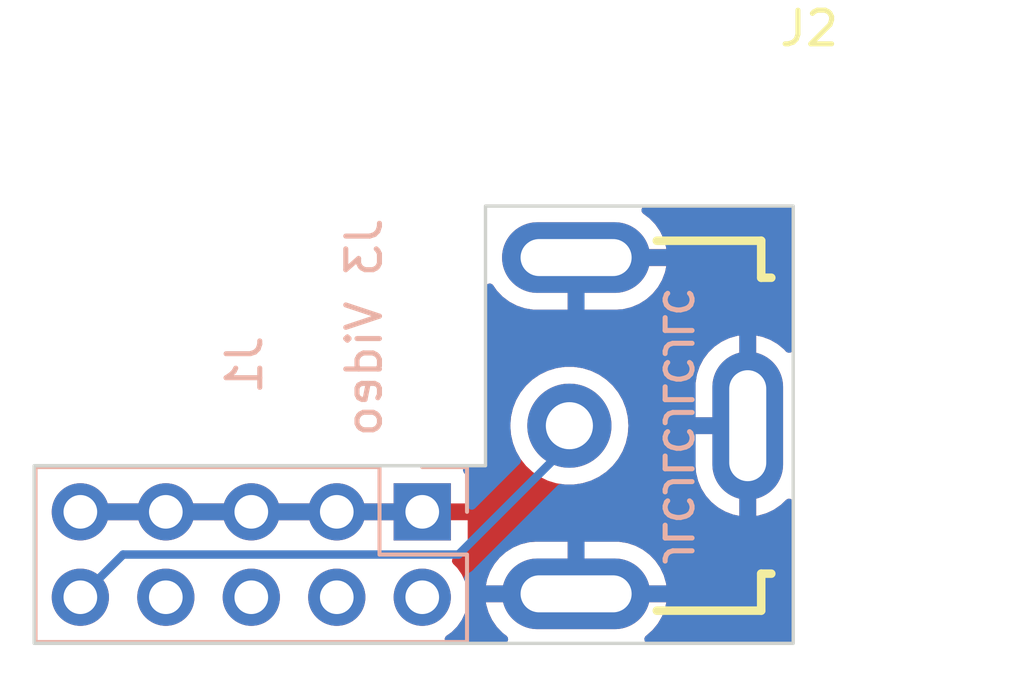
<source format=kicad_pcb>
(kicad_pcb (version 20221018) (generator pcbnew)
  (layers (0 "F.Cu" signal) (31 "B.Cu" signal) (34 "B.Paste" user) (35 "F.Paste" user) (36 "B.SilkS" user "B.Silkscreen") (37 "F.SilkS" user "F.Silkscreen") (38 "B.Mask" user) (39 "F.Mask" user) (44 "Edge.Cuts" user))
  (net 0 "")
  (net 1 "GND")
  (net 6 "Net-(J1-Pin_10)")
  (footprint "composite-video-adapter:KOBICONN_161-03X0-E" (layer "F.Cu") (at 145.6976 99.1908 90)
    (fp_text reference "J2" (at 11.811 7.126 180) (layer "F.SilkS"))
    (fp_text value "Composite Out")
    (fp_line (start -5.5 2.6) (end -5.5 5.7) (stroke (width 0.254)) (layer "F.SilkS"))
    (fp_line (start -5.5 5.7) (end -4.4 5.7) (stroke (width 0.254)) (layer "F.SilkS"))
    (fp_line (start -4.4 5.7) (end -4.4 6) (stroke (width 0.254)) (layer "F.SilkS"))
    (fp_line (start 4.4 6) (end 4.4 5.7) (stroke (width 0.254)) (layer "F.SilkS"))
    (fp_line (start 5.5 2.6) (end 5.5 5.7) (stroke (width 0.254)) (layer "F.SilkS"))
    (fp_line (start 5.5 5.7) (end 4.4 5.7) (stroke (width 0.254)) (layer "F.SilkS"))
    (pad "1" thru_hole circle (at 0 0 90) (size 2.5 2.5) (drill 1.4) (layers "*.Cu" "*.Mask") (net 6 "Net-(J1-Pin_10)"))
    (pad "2" thru_hole oval (at -5 0.2 180) (size 4.4 2.1) (drill oval 3.3 1.1) (layers "*.Cu" "*.Mask") (net 1 "GND"))
    (pad "2" thru_hole oval (at 0 5.3 270) (size 4.4 2.1) (drill oval 3.3 1.1) (layers "*.Cu" "*.Mask") (net 1 "GND"))
    (pad "2" thru_hole oval (at 5 0.2 180) (size 4.4 2.1) (drill oval 3.3 1.1) (layers "*.Cu" "*.Mask") (net 1 "GND"))
  )
  (footprint "Connector_PinSocket_2.54mm:PinSocket_2x05_P2.54mm_Vertical" (layer "B.Cu") (at 141.3256 101.7524 90)
    (fp_text reference "J1" (at 4.3688 -5.2832 90) (layer "B.SilkS") (effects (justify mirror)))
    (fp_text value "J3 Video" (at 5.4864 -1.7272 90) (layer "B.SilkS") (effects (justify mirror)))
    (fp_line (start -3.87 -11.49) (end 1.33 -11.49) (stroke (width 0.12)) (layer "B.SilkS"))
    (fp_line (start -3.87 1.33) (end -3.87 -11.49) (stroke (width 0.12)) (layer "B.SilkS"))
    (fp_line (start -3.87 1.33) (end -1.27 1.33) (stroke (width 0.12)) (layer "B.SilkS"))
    (fp_line (start -1.27 -1.27) (end 1.33 -1.27) (stroke (width 0.12)) (layer "B.SilkS"))
    (fp_line (start -1.27 1.33) (end -1.27 -1.27) (stroke (width 0.12)) (layer "B.SilkS"))
    (fp_line (start 0 1.33) (end 1.33 1.33) (stroke (width 0.12)) (layer "B.SilkS"))
    (fp_line (start 1.33 -1.27) (end 1.33 -11.49) (stroke (width 0.12)) (layer "B.SilkS"))
    (fp_line (start 1.33 1.33) (end 1.33 0) (stroke (width 0.12)) (layer "B.SilkS"))
    (pad "1" thru_hole rect (at 0 0 90) (size 1.7 1.7) (drill 1) (layers "*.Cu" "*.Mask") (net 1 "GND"))
    (pad "2" thru_hole oval (at -2.54 0 90) (size 1.7 1.7) (drill 1) (layers "*.Cu" "*.Mask"))
    (pad "3" thru_hole oval (at 0 -2.54 90) (size 1.7 1.7) (drill 1) (layers "*.Cu" "*.Mask") (net 1 "GND"))
    (pad "4" thru_hole oval (at -2.54 -2.54 90) (size 1.7 1.7) (drill 1) (layers "*.Cu" "*.Mask"))
    (pad "5" thru_hole oval (at 0 -5.08 90) (size 1.7 1.7) (drill 1) (layers "*.Cu" "*.Mask") (net 1 "GND"))
    (pad "6" thru_hole oval (at -2.54 -5.08 90) (size 1.7 1.7) (drill 1) (layers "*.Cu" "*.Mask"))
    (pad "7" thru_hole oval (at 0 -7.62 90) (size 1.7 1.7) (drill 1) (layers "*.Cu" "*.Mask") (net 1 "GND"))
    (pad "8" thru_hole oval (at -2.54 -7.62 90) (size 1.7 1.7) (drill 1) (layers "*.Cu" "*.Mask"))
    (pad "9" thru_hole oval (at 0 -10.16 90) (size 1.7 1.7) (drill 1) (layers "*.Cu" "*.Mask") (net 1 "GND"))
    (pad "10" thru_hole oval (at -2.54 -10.16 90) (size 1.7 1.7) (drill 1) (layers "*.Cu" "*.Mask") (net 6 "Net-(J1-Pin_10)"))
  )
  (gr_poly (pts (xy 129.794 105.664) (xy 152.3492 105.664) (xy 152.3492 92.6592) (xy 143.2052 92.6592) (xy 143.2052 100.3808) (xy 129.794 100.3808)) (stroke (width 0.1)) (fill none) (layer "Edge.Cuts"))
  (gr_text "JLCJLCJLCJLC" (at 148.4376 103.4288 -90) (layer "B.SilkS") (effects (font (size 0.8 0.8)) (justify left bottom mirror)))
  (segment (start 145.6976 99.7304) (end 145.6976 99.1908) (width 0.25) (layer "B.Cu") (net 6))
  (segment (start 142.4056 103.0224) (end 145.6976 99.7304) (width 0.25) (layer "B.Cu") (net 6))
  (segment (start 132.4356 103.0224) (end 142.4056 103.0224) (width 0.25) (layer "B.Cu") (net 6))
  (segment (start 131.1656 104.2924) (end 132.4356 103.0224) (width 0.25) (layer "B.Cu") (net 6))
  (zone (net 1) (net_name "GND") (layers "F&B.Cu") (connect_pads (clearance 0.5)) (min_thickness 0.25) (fill yes (thermal_gap 0.5) (thermal_bridge_width 0.5))
    (polygon (pts (xy 128.778 91.44) (xy 153.162 91.44) (xy 153.162 106.934) (xy 128.778 106.934)))
  )
)
</source>
